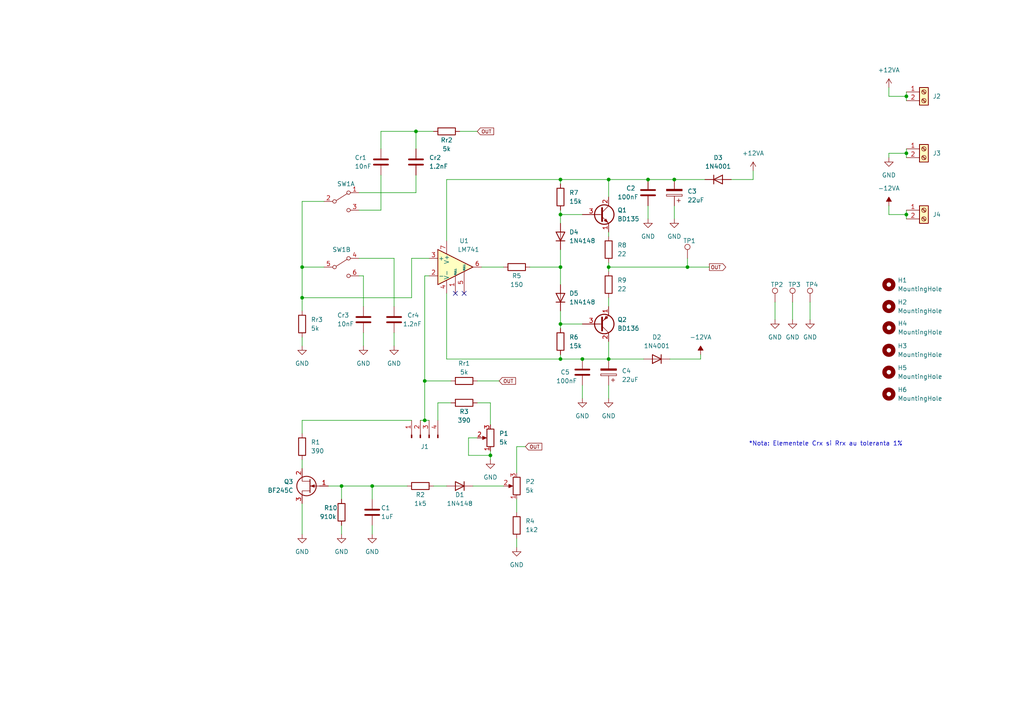
<source format=kicad_sch>
(kicad_sch (version 20230121) (generator eeschema)
  (paper "A4")
  (lib_symbols
    (symbol "Amplifier_Operational:LM741" (pin_names (offset 0.127))
      (property "Reference" "U" (at 0 6.35 0))
      (property "Value" "LM741" (at 0 3.81 0))
      (symbol "LM741_0_1"
        (polyline (pts (xy -5.08 5.08) (xy 5.08 0) (xy -5.08 -5.08) (xy -5.08 5.08)) (stroke (width 0.254)) (fill (type background)))
      )
      (symbol "LM741_1_1"
        (pin input line (at 0 -7.62 90) (length 5.08) (name "NULL") (number "1"))
        (pin input line (at -7.62 -2.54 0) (length 2.54) (name "-") (number "2"))
        (pin input line (at -7.62 2.54 0) (length 2.54) (name "+") (number "3"))
        (pin power_in line (at -2.54 -7.62 90) (length 3.81) (name "V-") (number "4"))
        (pin input line (at 2.54 -7.62 90) (length 6.35) (name "NULL") (number "5"))
        (pin output line (at 7.62 0 180) (length 2.54) (name "~") (number "6"))
        (pin power_in line (at -2.54 7.62 270) (length 3.81) (name "V+") (number "7"))
        (pin no_connect line (at 0 2.54 270) (length 2.54) hide (name "NC") (number "8"))
      )
    )
    (symbol "Connector:Conn_01x04_Male" (pin_names (offset 1.016) hide)
      (property "Reference" "J" (at 0 5.08 0))
      (property "Value" "Conn_01x04_Male" (at 0 -7.62 0))
      (symbol "Conn_01x04_Male_1_1"
        (polyline (pts (xy 1.27 -5.08) (xy 0.8636 -5.08)) (stroke (width 0.1524)))
        (polyline (pts (xy 1.27 -2.54) (xy 0.8636 -2.54)) (stroke (width 0.1524)))
        (polyline (pts (xy 1.27 0) (xy 0.8636 0)) (stroke (width 0.1524)))
        (polyline (pts (xy 1.27 2.54) (xy 0.8636 2.54)) (stroke (width 0.1524)))
        (rectangle (start 0.8636 -4.953) (end 0 -5.207) (stroke (width 0.1524)) (fill (type outline)))
        (rectangle (start 0.8636 -2.413) (end 0 -2.667) (stroke (width 0.1524)) (fill (type outline)))
        (rectangle (start 0.8636 0.127) (end 0 -0.127) (stroke (width 0.1524)) (fill (type outline)))
        (rectangle (start 0.8636 2.667) (end 0 2.413) (stroke (width 0.1524)) (fill (type outline)))
        (pin passive line (at 5.08 2.54 180) (length 3.81) (name "Pin_1") (number "1"))
        (pin passive line (at 5.08 0 180) (length 3.81) (name "Pin_2") (number "2"))
        (pin passive line (at 5.08 -2.54 180) (length 3.81) (name "Pin_3") (number "3"))
        (pin passive line (at 5.08 -5.08 180) (length 3.81) (name "Pin_4") (number "4"))
      )
    )
    (symbol "Connector:Screw_Terminal_01x02" (pin_names (offset 1.016) hide)
      (property "Reference" "J" (at 0 2.54 0))
      (property "Value" "Screw_Terminal_01x02" (at 0 -5.08 0))
      (symbol "Screw_Terminal_01x02_1_1"
        (rectangle (start -1.27 1.27) (end 1.27 -3.81) (stroke (width 0.254)) (fill (type background)))
        (circle (center 0 -2.54) (radius 0.635) (stroke (width 0.1524)))
        (polyline (pts (xy -0.5334 -2.2098) (xy 0.3302 -3.048)) (stroke (width 0.1524)))
        (polyline (pts (xy -0.5334 0.3302) (xy 0.3302 -0.508)) (stroke (width 0.1524)))
        (polyline (pts (xy -0.3556 -2.032) (xy 0.508 -2.8702)) (stroke (width 0.1524)))
        (polyline (pts (xy -0.3556 0.508) (xy 0.508 -0.3302)) (stroke (width 0.1524)))
        (circle (center 0 0) (radius 0.635) (stroke (width 0.1524)))
        (pin passive line (at -5.08 0 0) (length 3.81) (name "Pin_1") (number "1"))
        (pin passive line (at -5.08 -2.54 0) (length 3.81) (name "Pin_2") (number "2"))
      )
    )
    (symbol "Connector:TestPoint" (pin_numbers hide) (pin_names (offset 0.762) hide)
      (property "Reference" "TP" (at 0 6.858 0))
      (property "Value" "TestPoint" (at 0 5.08 0))
      (symbol "TestPoint_0_1"
        (circle (center 0 3.302) (radius 0.762))
      )
      (symbol "TestPoint_1_1"
        (pin passive line (at 0 0 90) (length 2.54) (name "1") (number "1"))
      )
    )
    (symbol "Device:C" (pin_numbers hide) (pin_names (offset 0.254))
      (property "Reference" "C" (at 0.635 2.54 0))
      (property "Value" "C" (at 0.635 -2.54 0))
      (symbol "C_0_1"
        (polyline (pts (xy -2.032 -0.762) (xy 2.032 -0.762)) (stroke (width 0.508)))
        (polyline (pts (xy -2.032 0.762) (xy 2.032 0.762)) (stroke (width 0.508)))
      )
      (symbol "C_1_1"
        (pin passive line (at 0 3.81 270) (length 2.794) (name "~") (number "1"))
        (pin passive line (at 0 -3.81 90) (length 2.794) (name "~") (number "2"))
      )
    )
    (symbol "Device:C_Polarized" (pin_numbers hide) (pin_names (offset 0.254))
      (property "Reference" "C" (at 0.635 2.54 0))
      (property "Value" "C_Polarized" (at 0.635 -2.54 0))
      (symbol "C_Polarized_0_1"
        (rectangle (start -2.286 0.508) (end 2.286 1.016))
        (polyline (pts (xy -1.778 2.286) (xy -0.762 2.286)))
        (polyline (pts (xy -1.27 2.794) (xy -1.27 1.778)))
        (rectangle (start 2.286 -0.508) (end -2.286 -1.016) (fill (type outline)))
      )
      (symbol "C_Polarized_1_1"
        (pin passive line (at 0 3.81 270) (length 2.794) (name "~") (number "1"))
        (pin passive line (at 0 -3.81 90) (length 2.794) (name "~") (number "2"))
      )
    )
    (symbol "Device:R" (pin_numbers hide) (pin_names (offset 0))
      (property "Reference" "R" (at 2.032 0 90))
      (property "Value" "R" (at 0 0 90))
      (symbol "R_0_1"
        (rectangle (start -1.016 -2.54) (end 1.016 2.54) (stroke (width 0.254)))
      )
      (symbol "R_1_1"
        (pin passive line (at 0 3.81 270) (length 1.27) (name "~") (number "1"))
        (pin passive line (at 0 -3.81 90) (length 1.27) (name "~") (number "2"))
      )
    )
    (symbol "Device:R_Potentiometer" (pin_names (offset 1.016) hide)
      (property "Reference" "RV" (at -4.445 0 90))
      (property "Value" "R_Potentiometer" (at -2.54 0 90))
      (symbol "R_Potentiometer_0_1"
        (polyline (pts (xy 2.54 0) (xy 1.524 0)))
        (polyline (pts (xy 1.143 0) (xy 2.286 0.508) (xy 2.286 -0.508) (xy 1.143 0)) (fill (type outline)))
        (rectangle (start 1.016 2.54) (end -1.016 -2.54) (stroke (width 0.254)))
      )
      (symbol "R_Potentiometer_1_1"
        (pin passive line (at 0 3.81 270) (length 1.27) (name "1") (number "1"))
        (pin passive line (at 3.81 0 180) (length 1.27) (name "2") (number "2"))
        (pin passive line (at 0 -3.81 90) (length 1.27) (name "3") (number "3"))
      )
    )
    (symbol "Diode:1N4001" (pin_numbers hide) (pin_names (offset 1.016) hide)
      (property "Reference" "D" (at 0 2.54 0))
      (property "Value" "1N4001" (at 0 -2.54 0))
      (symbol "1N4001_0_1"
        (polyline (pts (xy -1.27 1.27) (xy -1.27 -1.27)) (stroke (width 0.254)))
        (polyline (pts (xy 1.27 0) (xy -1.27 0)))
        (polyline (pts (xy 1.27 1.27) (xy 1.27 -1.27) (xy -1.27 0) (xy 1.27 1.27)) (stroke (width 0.254)))
      )
      (symbol "1N4001_1_1"
        (pin passive line (at -3.81 0 0) (length 2.54) (name "K") (number "1"))
        (pin passive line (at 3.81 0 180) (length 2.54) (name "A") (number "2"))
      )
    )
    (symbol "Diode:1N4148" (pin_numbers hide) (pin_names (offset 1.016) hide)
      (property "Reference" "D" (at 0 2.54 0))
      (property "Value" "1N4148" (at 0 -2.54 0))
      (symbol "1N4148_0_1"
        (polyline (pts (xy -1.27 1.27) (xy -1.27 -1.27)) (stroke (width 0.254)))
        (polyline (pts (xy 1.27 0) (xy -1.27 0)))
        (polyline (pts (xy 1.27 1.27) (xy 1.27 -1.27) (xy -1.27 0) (xy 1.27 1.27)) (stroke (width 0.254)))
      )
      (symbol "1N4148_1_1"
        (pin passive line (at -3.81 0 0) (length 2.54) (name "K") (number "1"))
        (pin passive line (at 3.81 0 180) (length 2.54) (name "A") (number "2"))
      )
    )
    (symbol "Mechanical:MountingHole" (pin_names (offset 1.016))
      (property "Reference" "H" (at 0 5.08 0))
      (property "Value" "MountingHole" (at 0 3.175 0))
      (symbol "MountingHole_0_1"
        (circle (center 0 0) (radius 1.27) (stroke (width 1.27)))
      )
    )
    (symbol "Switch:SW_DPDT_x2" (pin_names (offset 0) hide)
      (property "Reference" "SW" (at 0 4.318 0))
      (property "Value" "SW_DPDT_x2" (at 0 -5.08 0))
      (symbol "SW_DPDT_x2_0_0"
        (circle (center -2.032 0) (radius 0.508))
        (circle (center 2.032 -2.54) (radius 0.508))
      )
      (symbol "SW_DPDT_x2_0_1"
        (polyline (pts (xy -1.524 0.254) (xy 1.651 2.286)))
        (circle (center 2.032 2.54) (radius 0.508))
      )
      (symbol "SW_DPDT_x2_1_1"
        (pin passive line (at 5.08 2.54 180) (length 2.54) (name "A") (number "1"))
        (pin passive line (at -5.08 0 0) (length 2.54) (name "B") (number "2"))
        (pin passive line (at 5.08 -2.54 180) (length 2.54) (name "C") (number "3"))
      )
      (symbol "SW_DPDT_x2_2_1"
        (pin passive line (at 5.08 2.54 180) (length 2.54) (name "A") (number "4"))
        (pin passive line (at -5.08 0 0) (length 2.54) (name "B") (number "5"))
        (pin passive line (at 5.08 -2.54 180) (length 2.54) (name "C") (number "6"))
      )
    )
    (symbol "Transistor_BJT:BD135" (pin_names (offset 0) hide)
      (property "Reference" "Q" (at 5.08 1.905 0))
      (property "Value" "BD135" (at 5.08 0 0))
      (symbol "BD135_0_1"
        (polyline (pts (xy 0 0) (xy 0.635 0)))
        (polyline (pts (xy 2.54 -2.54) (xy 0.635 -0.635)))
        (polyline (pts (xy 2.54 2.54) (xy 0.635 0.635)))
        (polyline (pts (xy 0.635 1.905) (xy 0.635 -1.905) (xy 0.635 -1.905)) (stroke (width 0.508)) (fill (type outline)))
        (polyline (pts (xy 1.2446 -1.778) (xy 1.7526 -1.27) (xy 2.286 -2.286) (xy 1.2446 -1.778) (xy 1.2446 -1.778)) (fill (type outline)))
        (circle (center 1.27 0) (radius 2.8194) (stroke (width 0.3048)))
      )
      (symbol "BD135_1_1"
        (pin passive line (at 2.54 -5.08 90) (length 2.54) (name "E") (number "1"))
        (pin passive line (at 2.54 5.08 270) (length 2.54) (name "C") (number "2"))
        (pin input line (at -5.08 0 0) (length 5.08) (name "B") (number "3"))
      )
    )
    (symbol "Transistor_BJT:BD136" (pin_names (offset 0) hide)
      (property "Reference" "Q" (at 5.08 1.905 0))
      (property "Value" "BD136" (at 5.08 0 0))
      (symbol "BD136_0_1"
        (polyline (pts (xy 0 0) (xy 0.635 0)))
        (polyline (pts (xy 2.54 -2.54) (xy 0.635 -0.635)))
        (polyline (pts (xy 2.54 2.54) (xy 0.635 0.635)))
        (polyline (pts (xy 0.635 1.905) (xy 0.635 -1.905) (xy 0.635 -1.905)) (stroke (width 0.508)) (fill (type outline)))
        (polyline (pts (xy 1.778 -2.286) (xy 2.286 -1.778) (xy 1.27 -1.27) (xy 1.778 -2.286) (xy 1.778 -2.286)) (fill (type outline)))
        (circle (center 1.27 0) (radius 2.8194) (stroke (width 0.3048)))
      )
      (symbol "BD136_1_1"
        (pin passive line (at 2.54 -5.08 90) (length 2.54) (name "E") (number "1"))
        (pin passive line (at 2.54 5.08 270) (length 2.54) (name "C") (number "2"))
        (pin input line (at -5.08 0 0) (length 5.08) (name "B") (number "3"))
      )
    )
    (symbol "Transistor_FET:BF245C" (pin_names hide)
      (property "Reference" "Q" (at 5.08 1.905 0))
      (property "Value" "BF245C" (at 5.08 0 0))
      (symbol "BF245C_0_1"
        (polyline (pts (xy 0.254 0) (xy -2.54 0)))
        (polyline (pts (xy 0.254 1.905) (xy 0.254 -1.905)) (stroke (width 0.254)))
        (polyline (pts (xy 2.54 -2.54) (xy 2.54 -1.397) (xy 0.254 -1.397)))
        (polyline (pts (xy 2.54 2.54) (xy 2.54 1.397) (xy 0.254 1.397)))
        (polyline (pts (xy 0 0) (xy -1.016 0.381) (xy -1.016 -0.381) (xy 0 0)) (fill (type outline)))
        (circle (center 1.27 0) (radius 2.8194) (stroke (width 0.254)))
      )
      (symbol "BF245C_1_1"
        (pin input line (at -5.08 0 0) (length 2.54) (name "G") (number "1"))
        (pin passive line (at 2.54 -5.08 90) (length 2.54) (name "S") (number "2"))
        (pin passive line (at 2.54 5.08 270) (length 2.54) (name "D") (number "3"))
      )
    )
    (symbol "power:+12VA" (power) (pin_names (offset 0))
      (property "Value" "+12VA" (at 0 3.556 0))
      (symbol "+12VA_0_1"
        (polyline (pts (xy -0.762 1.27) (xy 0 2.54)))
        (polyline (pts (xy 0 0) (xy 0 2.54)))
        (polyline (pts (xy 0 2.54) (xy 0.762 1.27)))
      )
      (symbol "+12VA_1_1"
        (pin power_in line (at 0 0 90) (length 0) hide (name "+12VA") (number "1"))
      )
    )
    (symbol "power:-12VA" (power) (pin_names (offset 0))
      (property "Value" "-12VA" (at 0 3.556 0))
      (symbol "-12VA_0_0"
        (pin power_in line (at 0 0 90) (length 0) hide (name "-12VA") (number "1"))
      )
      (symbol "-12VA_0_1"
        (polyline (pts (xy 0 0) (xy 0 1.27) (xy 0.762 1.27) (xy 0 2.54) (xy -0.762 1.27) (xy 0 1.27)) (fill (type outline)))
      )
    )
    (symbol "power:GND" (power) (pin_names (offset 0))
      (property "Value" "GND" (at 0 -3.81 0))
      (symbol "GND_0_1"
        (polyline (pts (xy 0 0) (xy 0 -1.27) (xy 1.27 -1.27) (xy 0 -2.54) (xy -1.27 -1.27) (xy 0 -1.27)))
      )
      (symbol "GND_1_1"
        (pin power_in line (at 0 0 270) (length 0) hide (name "GND") (number "1"))
      )
    )
  )
  (junction (at 107.95 140.97))
  (junction (at 262.89 44.45))
  (junction (at 87.63 77.47))
  (junction (at 176.53 77.47))
  (junction (at 168.91 104.14))
  (junction (at 195.58 52.07))
  (junction (at 176.53 52.07))
  (junction (at 176.53 104.14))
  (junction (at 87.63 86.36))
  (junction (at 142.24 132.08))
  (junction (at 162.56 104.14))
  (junction (at 162.56 52.07))
  (junction (at 120.65 38.1))
  (junction (at 199.39 77.47))
  (junction (at 262.89 27.94))
  (junction (at 123.19 121.92))
  (junction (at 99.06 140.97))
  (junction (at 162.56 77.47))
  (junction (at 187.96 52.07))
  (junction (at 123.19 110.49))
  (junction (at 162.56 62.23))
  (junction (at 262.89 62.23))
  (junction (at 162.56 93.98))
  (no_connect (at 134.62 85.09))
  (no_connect (at 132.08 85.09))
  (wire (pts (xy 262.89 60.96) (xy 262.89 62.23)))
  (wire (pts (xy 142.24 116.84) (xy 142.24 123.19)))
  (wire (pts (xy 99.06 140.97) (xy 99.06 144.78)))
  (wire (pts (xy 120.65 38.1) (xy 125.73 38.1)))
  (wire (pts (xy 224.79 87.63) (xy 224.79 92.71)))
  (wire (pts (xy 262.89 26.67) (xy 262.89 27.94)))
  (wire (pts (xy 176.53 76.2) (xy 176.53 77.47)))
  (wire (pts (xy 127 116.84) (xy 127 121.92)))
  (wire (pts (xy 123.19 80.01) (xy 124.46 80.01)))
  (wire (pts (xy 139.7 77.47) (xy 146.05 77.47)))
  (wire (pts (xy 162.56 90.17) (xy 162.56 93.98)))
  (wire (pts (xy 162.56 93.98) (xy 168.91 93.98)))
  (wire (pts (xy 176.53 52.07) (xy 187.96 52.07)))
  (wire (pts (xy 125.73 140.97) (xy 129.54 140.97)))
  (wire (pts (xy 133.35 38.1) (xy 138.43 38.1)))
  (wire (pts (xy 195.58 59.69) (xy 195.58 63.5)))
  (wire (pts (xy 110.49 43.18) (xy 110.49 38.1)))
  (wire (pts (xy 168.91 111.76) (xy 168.91 115.57)))
  (wire (pts (xy 262.89 44.45) (xy 262.89 45.72)))
  (wire (pts (xy 262.89 62.23) (xy 257.81 62.23)))
  (wire (pts (xy 176.53 77.47) (xy 199.39 77.47)))
  (wire (pts (xy 104.14 74.93) (xy 114.3 74.93)))
  (wire (pts (xy 107.95 152.4) (xy 107.95 154.94)))
  (wire (pts (xy 138.43 127) (xy 135.89 127)))
  (wire (pts (xy 142.24 132.08) (xy 142.24 133.35)))
  (wire (pts (xy 93.98 58.42) (xy 87.63 58.42)))
  (wire (pts (xy 105.41 80.01) (xy 105.41 88.9)))
  (wire (pts (xy 149.86 144.78) (xy 149.86 148.59)))
  (wire (pts (xy 176.53 104.14) (xy 186.69 104.14)))
  (wire (pts (xy 110.49 60.96) (xy 104.14 60.96)))
  (wire (pts (xy 110.49 50.8) (xy 110.49 60.96)))
  (wire (pts (xy 107.95 144.78) (xy 107.95 140.97)))
  (wire (pts (xy 142.24 130.81) (xy 142.24 132.08)))
  (wire (pts (xy 137.16 140.97) (xy 146.05 140.97)))
  (wire (pts (xy 195.58 52.07) (xy 204.47 52.07)))
  (wire (pts (xy 87.63 77.47) (xy 87.63 86.36)))
  (wire (pts (xy 162.56 72.39) (xy 162.56 77.47)))
  (wire (pts (xy 135.89 127) (xy 135.89 132.08)))
  (wire (pts (xy 138.43 110.49) (xy 144.78 110.49)))
  (wire (pts (xy 87.63 125.73) (xy 87.63 121.92)))
  (wire (pts (xy 123.19 80.01) (xy 123.19 110.49)))
  (wire (pts (xy 203.2 104.14) (xy 194.31 104.14)))
  (wire (pts (xy 114.3 74.93) (xy 114.3 88.9)))
  (wire (pts (xy 176.53 99.06) (xy 176.53 104.14)))
  (wire (pts (xy 176.53 86.36) (xy 176.53 88.9)))
  (wire (pts (xy 107.95 140.97) (xy 118.11 140.97)))
  (wire (pts (xy 87.63 133.35) (xy 87.63 135.89)))
  (wire (pts (xy 199.39 74.93) (xy 199.39 77.47)))
  (wire (pts (xy 229.87 87.63) (xy 229.87 92.71)))
  (wire (pts (xy 130.81 110.49) (xy 123.19 110.49)))
  (wire (pts (xy 123.19 121.92) (xy 124.46 121.92)))
  (wire (pts (xy 257.81 27.94) (xy 257.81 25.4)))
  (wire (pts (xy 262.89 27.94) (xy 262.89 29.21)))
  (wire (pts (xy 129.54 85.09) (xy 129.54 104.14)))
  (wire (pts (xy 152.4 129.54) (xy 149.86 129.54)))
  (wire (pts (xy 162.56 60.96) (xy 162.56 62.23)))
  (wire (pts (xy 176.53 111.76) (xy 176.53 115.57)))
  (wire (pts (xy 119.38 86.36) (xy 119.38 74.93)))
  (wire (pts (xy 120.65 50.8) (xy 120.65 55.88)))
  (wire (pts (xy 129.54 104.14) (xy 162.56 104.14)))
  (wire (pts (xy 153.67 77.47) (xy 162.56 77.47)))
  (wire (pts (xy 105.41 96.52) (xy 105.41 100.33)))
  (wire (pts (xy 87.63 86.36) (xy 87.63 90.17)))
  (wire (pts (xy 168.91 104.14) (xy 176.53 104.14)))
  (wire (pts (xy 129.54 69.85) (xy 129.54 52.07)))
  (wire (pts (xy 87.63 146.05) (xy 87.63 154.94)))
  (wire (pts (xy 162.56 102.87) (xy 162.56 104.14)))
  (wire (pts (xy 199.39 77.47) (xy 205.74 77.47)))
  (wire (pts (xy 87.63 58.42) (xy 87.63 77.47)))
  (wire (pts (xy 149.86 156.21) (xy 149.86 158.75)))
  (wire (pts (xy 234.95 87.63) (xy 234.95 92.71)))
  (wire (pts (xy 257.81 44.45) (xy 262.89 44.45)))
  (wire (pts (xy 262.89 43.18) (xy 262.89 44.45)))
  (wire (pts (xy 129.54 52.07) (xy 162.56 52.07)))
  (wire (pts (xy 162.56 93.98) (xy 162.56 95.25)))
  (wire (pts (xy 176.53 67.31) (xy 176.53 68.58)))
  (wire (pts (xy 187.96 59.69) (xy 187.96 63.5)))
  (wire (pts (xy 187.96 52.07) (xy 195.58 52.07)))
  (wire (pts (xy 87.63 97.79) (xy 87.63 100.33)))
  (wire (pts (xy 99.06 152.4) (xy 99.06 154.94)))
  (wire (pts (xy 135.89 132.08) (xy 142.24 132.08)))
  (wire (pts (xy 218.44 52.07) (xy 212.09 52.07)))
  (wire (pts (xy 149.86 129.54) (xy 149.86 137.16)))
  (wire (pts (xy 262.89 62.23) (xy 262.89 63.5)))
  (wire (pts (xy 120.65 55.88) (xy 104.14 55.88)))
  (wire (pts (xy 87.63 86.36) (xy 119.38 86.36)))
  (wire (pts (xy 176.53 52.07) (xy 176.53 57.15)))
  (wire (pts (xy 95.25 140.97) (xy 99.06 140.97)))
  (wire (pts (xy 87.63 121.92) (xy 119.38 121.92)))
  (wire (pts (xy 104.14 80.01) (xy 105.41 80.01)))
  (wire (pts (xy 107.95 140.97) (xy 99.06 140.97)))
  (wire (pts (xy 114.3 96.52) (xy 114.3 100.33)))
  (wire (pts (xy 262.89 27.94) (xy 257.81 27.94)))
  (wire (pts (xy 257.81 62.23) (xy 257.81 59.69)))
  (wire (pts (xy 120.65 43.18) (xy 120.65 38.1)))
  (wire (pts (xy 162.56 62.23) (xy 162.56 64.77)))
  (wire (pts (xy 218.44 49.53) (xy 218.44 52.07)))
  (wire (pts (xy 119.38 74.93) (xy 124.46 74.93)))
  (wire (pts (xy 176.53 77.47) (xy 176.53 78.74)))
  (wire (pts (xy 127 116.84) (xy 130.81 116.84)))
  (wire (pts (xy 162.56 52.07) (xy 162.56 53.34)))
  (wire (pts (xy 121.92 121.92) (xy 123.19 121.92)))
  (wire (pts (xy 87.63 77.47) (xy 93.98 77.47)))
  (wire (pts (xy 257.81 45.72) (xy 257.81 44.45)))
  (wire (pts (xy 203.2 102.87) (xy 203.2 104.14)))
  (wire (pts (xy 162.56 104.14) (xy 168.91 104.14)))
  (wire (pts (xy 168.91 62.23) (xy 162.56 62.23)))
  (wire (pts (xy 162.56 77.47) (xy 162.56 82.55)))
  (wire (pts (xy 110.49 38.1) (xy 120.65 38.1)))
  (wire (pts (xy 123.19 110.49) (xy 123.19 121.92)))
  (wire (pts (xy 142.24 116.84) (xy 138.43 116.84)))
  (wire (pts (xy 162.56 52.07) (xy 176.53 52.07)))
  (text "*Nota: Elementele Crx si Rrx au toleranta 1%" (at 217.17 129.54 0) (effects (font (size 1.27 1.27)) (justify left bottom)))
  (global_label "OUT" (shape input) (at 152.4 129.54 0) (effects (font (size 1 1))) (property "Intersheetrefs" "${INTERSHEET_REFS}" (effects hide)))
  (global_label "OUT" (shape input) (at 138.43 38.1 0) (effects (font (size 1 1))) (property "Intersheetrefs" "${INTERSHEET_REFS}" (effects hide)))
  (global_label "OUT" (shape output) (at 205.74 77.47 0) (effects (font (size 1 1))) (property "Intersheetrefs" "${INTERSHEET_REFS}" (effects hide)))
  (global_label "OUT" (shape input) (at 144.78 110.49 0) (effects (font (size 1 1))) (property "Intersheetrefs" "${INTERSHEET_REFS}" (effects hide)))
  (symbol (lib_id "power:+12VA") (at 257.81 25.4 0) (unit 1)
    (property "Reference" "#PWR018" (effects hide))
    (property "Value" "+12VA" (at 257.81 20.32 0))
  )
  (symbol (lib_id "power:GND") (at 107.95 154.94 0) (unit 1)
    (property "Reference" "#PWR05" (effects hide))
    (property "Value" "GND" (at 107.95 160.02 0))
  )
  (symbol (lib_id "Device:R") (at 176.53 72.39 180) (unit 1)
    (property "Reference" "R8" (at 179.07 71.1199 0) (effects (justify right)))
    (property "Value" "22" (at 179.07 73.6599 0) (effects (justify right)))
    (property "Footprint" "Resistor_THT:R_Axial_DIN0516_L15.5mm_D5.0mm_P20.32mm_Horizontal" (effects hide))
  )
  (symbol (lib_id "Device:R") (at 134.62 116.84 90) (unit 1)
    (property "Reference" "R3" (at 134.62 119.38 90))
    (property "Value" "390" (at 134.62 121.92 90))
    (property "Footprint" "Resistor_THT:R_Axial_DIN0207_L6.3mm_D2.5mm_P10.16mm_Horizontal" (effects hide))
  )
  (symbol (lib_id "power:GND") (at 176.53 115.57 0) (unit 1)
    (property "Reference" "#PWR010" (effects hide))
    (property "Value" "GND" (at 176.53 120.65 0))
  )
  (symbol (lib_id "Device:R") (at 121.92 140.97 270) (unit 1)
    (property "Reference" "R2" (at 121.92 143.51 90))
    (property "Value" "1k5" (at 121.92 146.05 90))
    (property "Footprint" "Resistor_THT:R_Axial_DIN0207_L6.3mm_D2.5mm_P10.16mm_Horizontal" (effects hide))
  )
  (symbol (lib_id "Connector:Screw_Terminal_01x02") (at 267.97 60.96 0) (unit 1)
    (property "Reference" "J4" (at 270.51 62.23 0) (effects (justify left)))
    (property "Value" "Screw_Terminal_01x02" (effects hide))
    (property "Footprint" "TerminalBlock_Phoenix:TerminalBlock_Phoenix_MKDS-1,5-2_1x02_P5.00mm_Horizontal" (effects hide))
  )
  (symbol (lib_id "Device:R") (at 134.62 110.49 90) (unit 1)
    (property "Reference" "Rr1" (at 134.62 105.41 90))
    (property "Value" "5k" (at 134.62 107.95 90))
    (property "Footprint" "Resistor_THT:R_Axial_DIN0207_L6.3mm_D2.5mm_P10.16mm_Horizontal" (effects hide))
  )
  (symbol (lib_id "Device:R") (at 162.56 57.15 180) (unit 1)
    (property "Reference" "R7" (at 165.1 55.8799 0) (effects (justify right)))
    (property "Value" "15k" (at 165.1 58.4199 0) (effects (justify right)))
    (property "Footprint" "Resistor_THT:R_Axial_DIN0207_L6.3mm_D2.5mm_P10.16mm_Horizontal" (effects hide))
  )
  (symbol (lib_id "Transistor_BJT:BD135") (at 173.99 62.23 0) (unit 1)
    (property "Reference" "Q1" (at 179.07 60.9599 0) (effects (justify left)))
    (property "Value" "BD135" (at 179.07 63.4999 0) (effects (justify left)))
    (property "Footprint" "Package_TO_SOT_THT:TO-126-3_Vertical" (effects hide))
    (property "Datasheet" "http://www.st.com/internet/com/TECHNICAL_RESOURCES/TECHNICAL_LITERATURE/DATASHEET/CD00001225.pdf" (effects hide))
  )
  (symbol (lib_id "power:GND") (at 149.86 158.75 0) (unit 1)
    (property "Reference" "#PWR08" (effects hide))
    (property "Value" "GND" (at 149.86 163.83 0))
  )
  (symbol (lib_id "Diode:1N4148") (at 133.35 140.97 180) (unit 1)
    (property "Reference" "D1" (at 133.35 143.51 0))
    (property "Value" "1N4148" (at 133.35 146.05 0))
    (property "Footprint" "Diode_THT:D_DO-35_SOD27_P7.62mm_Horizontal" (effects hide))
    (property "Datasheet" "https://assets.nexperia.com/documents/data-sheet/1N4148_1N4448.pdf" (effects hide))
  )
  (symbol (lib_id "Mechanical:MountingHole") (at 257.81 107.95 0) (unit 1)
    (property "Reference" "H5" (at 260.35 106.6799 0) (effects (justify left)))
    (property "Value" "MountingHole" (at 260.35 109.2199 0) (effects (justify left)))
    (property "Footprint" "MountingHole:MountingHole_3.2mm_M3" (effects hide))
  )
  (symbol (lib_id "Device:C") (at 114.3 92.71 0) (unit 1)
    (property "Reference" "Cr4" (at 118.11 91.44 0) (effects (justify left)))
    (property "Value" "1.2nF" (at 116.84 93.98 0) (effects (justify left)))
    (property "Footprint" "Capacitor_THT:C_Axial_L5.1mm_D3.1mm_P12.50mm_Horizontal" (effects hide))
  )
  (symbol (lib_id "Transistor_BJT:BD136") (at 173.99 93.98 0) (mirror x) (unit 1)
    (property "Reference" "Q2" (at 179.07 92.7099 0) (effects (justify left)))
    (property "Value" "BD136" (at 179.07 95.2499 0) (effects (justify left)))
    (property "Footprint" "Package_TO_SOT_THT:TO-126-3_Vertical" (effects hide))
    (property "Datasheet" "http://www.st.com/internet/com/TECHNICAL_RESOURCES/TECHNICAL_LITERATURE/DATASHEET/CD00001225.pdf" (effects hide))
  )
  (symbol (lib_id "power:GND") (at 234.95 92.71 0) (unit 1)
    (property "Reference" "#PWR017" (effects hide))
    (property "Value" "GND" (at 234.95 97.79 0))
  )
  (symbol (lib_id "Mechanical:MountingHole") (at 257.81 114.3 0) (unit 1)
    (property "Reference" "H6" (at 260.35 113.0299 0) (effects (justify left)))
    (property "Value" "MountingHole" (at 260.35 115.5699 0) (effects (justify left)))
    (property "Footprint" "MountingHole:MountingHole_3.2mm_M3" (effects hide))
  )
  (symbol (lib_id "power:GND") (at 195.58 63.5 0) (unit 1)
    (property "Reference" "#PWR012" (effects hide))
    (property "Value" "GND" (at 195.58 68.58 0))
  )
  (symbol (lib_id "Device:C") (at 105.41 92.71 0) (unit 1)
    (property "Reference" "Cr3" (at 97.79 91.44 0) (effects (justify left)))
    (property "Value" "10nF" (at 97.79 93.98 0) (effects (justify left)))
    (property "Footprint" "Capacitor_THT:C_Axial_L12.0mm_D8.5mm_P20.00mm_Horizontal" (effects hide))
  )
  (symbol (lib_id "power:GND") (at 257.81 45.72 0) (unit 1)
    (property "Reference" "#PWR019" (effects hide))
    (property "Value" "GND" (at 257.81 50.8 0))
  )
  (symbol (lib_id "Transistor_FET:BF245C") (at 90.17 140.97 180) (unit 1)
    (property "Reference" "Q3" (at 85.09 139.6999 0) (effects (justify left)))
    (property "Value" "BF245C" (at 85.09 142.2399 0) (effects (justify left)))
    (property "Footprint" "Package_TO_SOT_THT:TO-92_Inline" (effects hide))
    (property "Datasheet" "https://www.onsemi.com/pub/Collateral/BF245A-D.PDF" (effects hide))
  )
  (symbol (lib_id "Diode:1N4148") (at 162.56 86.36 90) (unit 1)
    (property "Reference" "D5" (at 165.1 85.0899 90) (effects (justify right)))
    (property "Value" "1N4148" (at 165.1 87.6299 90) (effects (justify right)))
    (property "Footprint" "Diode_THT:D_DO-35_SOD27_P7.62mm_Horizontal" (effects hide))
    (property "Datasheet" "https://assets.nexperia.com/documents/data-sheet/1N4148_1N4448.pdf" (effects hide))
  )
  (symbol (lib_id "Mechanical:MountingHole") (at 257.81 88.9 0) (unit 1)
    (property "Reference" "H2" (at 260.35 87.6299 0) (effects (justify left)))
    (property "Value" "MountingHole" (at 260.35 90.1699 0) (effects (justify left)))
    (property "Footprint" "MountingHole:MountingHole_3.2mm_M3_ISO7380_Pad_TopBottom" (effects hide))
  )
  (symbol (lib_id "power:+12VA") (at 218.44 49.53 0) (unit 1)
    (property "Reference" "#PWR014" (effects hide))
    (property "Value" "+12VA" (at 218.44 44.45 0))
  )
  (symbol (lib_id "power:GND") (at 87.63 154.94 0) (unit 1)
    (property "Reference" "#PWR02" (effects hide))
    (property "Value" "GND" (at 87.63 160.02 0))
  )
  (symbol (lib_id "Device:C") (at 110.49 46.99 0) (unit 1)
    (property "Reference" "Cr1" (at 102.87 45.72 0) (effects (justify left)))
    (property "Value" "10nF" (at 102.87 48.26 0) (effects (justify left)))
    (property "Footprint" "Capacitor_THT:C_Axial_L12.0mm_D8.5mm_P20.00mm_Horizontal" (effects hide))
  )
  (symbol (lib_id "Connector:Screw_Terminal_01x02") (at 267.97 43.18 0) (unit 1)
    (property "Reference" "J3" (at 270.51 44.45 0) (effects (justify left)))
    (property "Value" "Screw_Terminal_01x02" (effects hide))
    (property "Footprint" "TerminalBlock_Phoenix:TerminalBlock_Phoenix_MKDS-1,5-2_1x02_P5.00mm_Horizontal" (effects hide))
  )
  (symbol (lib_id "Mechanical:MountingHole") (at 257.81 101.6 0) (unit 1)
    (property "Reference" "H3" (at 260.35 100.3299 0) (effects (justify left)))
    (property "Value" "MountingHole" (at 260.35 102.8699 0) (effects (justify left)))
    (property "Footprint" "MountingHole:MountingHole_3.2mm_M3_ISO7380_Pad_TopBottom" (effects hide))
  )
  (symbol (lib_id "Connector:TestPoint") (at 224.79 87.63 0) (unit 1)
    (property "Reference" "TP2" (at 223.52 82.55 0) (effects (justify left)))
    (property "Value" "TestPoint" (effects hide))
    (property "Footprint" "User_Footprint:TestPoint" (effects hide))
  )
  (symbol (lib_id "Device:R") (at 87.63 129.54 180) (unit 1)
    (property "Reference" "R1" (at 90.17 128.2699 0) (effects (justify right)))
    (property "Value" "390" (at 90.17 130.8099 0) (effects (justify right)))
    (property "Footprint" "Resistor_THT:R_Axial_DIN0207_L6.3mm_D2.5mm_P10.16mm_Horizontal" (effects hide))
  )
  (symbol (lib_id "Device:C") (at 120.65 46.99 0) (unit 1)
    (property "Reference" "Cr2" (at 124.46 45.7199 0) (effects (justify left)))
    (property "Value" "1.2nF" (at 124.46 48.2599 0) (effects (justify left)))
    (property "Footprint" "Capacitor_THT:C_Axial_L5.1mm_D3.1mm_P12.50mm_Horizontal" (effects hide))
  )
  (symbol (lib_id "Device:R") (at 149.86 152.4 180) (unit 1)
    (property "Reference" "R4" (at 152.4 151.1299 0) (effects (justify right)))
    (property "Value" "1k2" (at 152.4 153.6699 0) (effects (justify right)))
    (property "Footprint" "Resistor_THT:R_Axial_DIN0207_L6.3mm_D2.5mm_P10.16mm_Horizontal" (effects hide))
  )
  (symbol (lib_id "Device:C") (at 187.96 55.88 0) (unit 1)
    (property "Reference" "C2" (at 181.61 54.61 0) (effects (justify left)))
    (property "Value" "100nF" (at 179.07 57.15 0) (effects (justify left)))
    (property "Footprint" "Capacitor_THT:C_Disc_D6.0mm_W2.5mm_P5.00mm" (effects hide))
  )
  (symbol (lib_id "power:GND") (at 99.06 154.94 0) (unit 1)
    (property "Reference" "#PWR03" (effects hide))
    (property "Value" "GND" (at 99.06 160.02 0))
  )
  (symbol (lib_id "power:GND") (at 87.63 100.33 0) (unit 1)
    (property "Reference" "#PWR01" (effects hide))
    (property "Value" "GND" (at 87.63 105.41 0))
  )
  (symbol (lib_id "Diode:1N4001") (at 208.28 52.07 0) (unit 1)
    (property "Reference" "D3" (at 208.28 45.72 0))
    (property "Value" "1N4001" (at 208.28 48.26 0))
    (property "Footprint" "Diode_THT:D_DO-41_SOD81_P10.16mm_Horizontal" (effects hide))
    (property "Datasheet" "http://www.vishay.com/docs/88503/1n4001.pdf" (effects hide))
  )
  (symbol (lib_id "power:-12VA") (at 257.81 59.69 0) (unit 1)
    (property "Reference" "#PWR020" (effects hide))
    (property "Value" "-12VA" (at 257.81 54.61 0))
  )
  (symbol (lib_id "Diode:1N4148") (at 162.56 68.58 90) (unit 1)
    (property "Reference" "D4" (at 165.1 67.3099 90) (effects (justify right)))
    (property "Value" "1N4148" (at 165.1 69.8499 90) (effects (justify right)))
    (property "Footprint" "Diode_THT:D_DO-35_SOD27_P7.62mm_Horizontal" (effects hide))
    (property "Datasheet" "https://assets.nexperia.com/documents/data-sheet/1N4148_1N4448.pdf" (effects hide))
  )
  (symbol (lib_id "power:GND") (at 187.96 63.5 0) (unit 1)
    (property "Reference" "#PWR011" (effects hide))
    (property "Value" "GND" (at 187.96 68.58 0))
  )
  (symbol (lib_id "Connector:TestPoint") (at 199.39 74.93 0) (unit 1)
    (property "Reference" "TP1" (at 198.12 69.85 0) (effects (justify left)))
    (property "Value" "TestPoint" (effects hide))
    (property "Footprint" "User_Footprint:Kesytone TP Multipurpose 5013" (effects hide))
  )
  (symbol (lib_id "Diode:1N4001") (at 190.5 104.14 180) (unit 1)
    (property "Reference" "D2" (at 190.5 97.79 0))
    (property "Value" "1N4001" (at 190.5 100.33 0))
    (property "Footprint" "Diode_THT:D_DO-41_SOD81_P10.16mm_Horizontal" (effects hide))
    (property "Datasheet" "http://www.vishay.com/docs/88503/1n4001.pdf" (effects hide))
  )
  (symbol (lib_id "Device:R") (at 176.53 82.55 180) (unit 1)
    (property "Reference" "R9" (at 179.07 81.2799 0) (effects (justify right)))
    (property "Value" "22" (at 179.07 83.8199 0) (effects (justify right)))
    (property "Footprint" "Resistor_THT:R_Axial_DIN0516_L15.5mm_D5.0mm_P20.32mm_Horizontal" (effects hide))
  )
  (symbol (lib_id "Mechanical:MountingHole") (at 257.8544 95.0664 0) (unit 1)
    (property "Reference" "H4" (at 260.3944 93.7963 0) (effects (justify left)))
    (property "Value" "MountingHole" (at 260.3944 96.3363 0) (effects (justify left)))
    (property "Footprint" "MountingHole:MountingHole_3.2mm_M3_ISO7380_Pad_TopBottom" (effects hide))
  )
  (symbol (lib_id "Device:R") (at 99.06 148.59 180) (unit 1)
    (property "Reference" "R10" (at 93.98 147.32 0) (effects (justify right)))
    (property "Value" "910k" (at 92.71 149.86 0) (effects (justify right)))
    (property "Footprint" "Resistor_THT:R_Axial_DIN0207_L6.3mm_D2.5mm_P10.16mm_Horizontal" (effects hide))
  )
  (symbol (lib_id "power:GND") (at 168.91 115.57 0) (unit 1)
    (property "Reference" "#PWR09" (effects hide))
    (property "Value" "GND" (at 168.91 120.65 0))
  )
  (symbol (lib_id "Connector:Conn_01x04_Male") (at 121.92 127 90) (unit 1)
    (property "Reference" "J1" (at 123.19 129.54 90))
    (property "Value" "Conn_01x04_Male" (effects hide))
    (property "Footprint" "Connector_PinHeader_2.54mm:PinHeader_1x04_P2.54mm_Vertical" (effects hide))
  )
  (symbol (lib_id "Device:R") (at 162.56 99.06 180) (unit 1)
    (property "Reference" "R6" (at 165.1 97.7899 0) (effects (justify right)))
    (property "Value" "15k" (at 165.1 100.3299 0) (effects (justify right)))
    (property "Footprint" "Resistor_THT:R_Axial_DIN0207_L6.3mm_D2.5mm_P10.16mm_Horizontal" (effects hide))
  )
  (symbol (lib_id "Device:R") (at 149.86 77.47 90) (unit 1)
    (property "Reference" "R5" (at 149.86 80.01 90))
    (property "Value" "150" (at 149.86 82.55 90))
    (property "Footprint" "Resistor_THT:R_Axial_DIN0207_L6.3mm_D2.5mm_P10.16mm_Horizontal" (effects hide))
  )
  (symbol (lib_id "Connector:TestPoint") (at 229.87 87.63 0) (unit 1)
    (property "Reference" "TP3" (at 228.6 82.55 0) (effects (justify left)))
    (property "Value" "TestPoint" (effects hide))
    (property "Footprint" "User_Footprint:TestPoint" (effects hide))
  )
  (symbol (lib_id "Switch:SW_DPDT_x2") (at 99.06 58.42 0) (unit 1)
    (property "Reference" "SW1" (at 100.33 53.34 0))
    (property "Value" "SW_DPDT_x2" (effects hide))
    (property "Footprint" "User_Footprint:OS202013MT8QN1" (effects hide))
  )
  (symbol (lib_id "Connector:Screw_Terminal_01x02") (at 267.97 26.67 0) (unit 1)
    (property "Reference" "J2" (at 270.51 27.94 0) (effects (justify left)))
    (property "Value" "Screw_Terminal_01x02" (effects hide))
    (property "Footprint" "TerminalBlock_Phoenix:TerminalBlock_Phoenix_MKDS-1,5-2_1x02_P5.00mm_Horizontal" (effects hide))
  )
  (symbol (lib_id "power:GND") (at 114.3 100.33 0) (unit 1)
    (property "Reference" "#PWR06" (effects hide))
    (property "Value" "GND" (at 114.3 105.41 0))
  )
  (symbol (lib_id "Connector:TestPoint") (at 234.95 87.63 0) (unit 1)
    (property "Reference" "TP4" (at 233.68 82.55 0) (effects (justify left)))
    (property "Value" "TestPoint" (effects hide))
    (property "Footprint" "User_Footprint:TestPoint" (effects hide))
  )
  (symbol (lib_id "power:GND") (at 105.41 100.33 0) (unit 1)
    (property "Reference" "#PWR04" (effects hide))
    (property "Value" "GND" (at 105.41 105.41 0))
  )
  (symbol (lib_id "power:GND") (at 229.87 92.71 0) (unit 1)
    (property "Reference" "#PWR016" (effects hide))
    (property "Value" "GND" (at 229.87 97.79 0))
  )
  (symbol (lib_id "Device:R") (at 87.63 93.98 180) (unit 1)
    (property "Reference" "Rr3" (at 90.17 92.7099 0) (effects (justify right)))
    (property "Value" "5k" (at 90.17 95.2499 0) (effects (justify right)))
    (property "Footprint" "Resistor_THT:R_Axial_DIN0207_L6.3mm_D2.5mm_P10.16mm_Horizontal" (effects hide))
  )
  (symbol (lib_id "Amplifier_Operational:LM741") (at 132.08 77.47 0) (unit 1)
    (property "Reference" "U1" (at 134.62 69.85 0))
    (property "Value" "LM741" (at 135.89 72.39 0))
    (property "Footprint" "Package_DIP:DIP-8_W7.62mm" (effects hide))
    (property "Datasheet" "http://www.ti.com/lit/ds/symlink/lm741.pdf" (effects hide))
  )
  (symbol (lib_id "Switch:SW_DPDT_x2") (at 99.06 77.47 0) (unit 2)
    (property "Reference" "SW1" (at 99.06 72.39 0))
    (property "Value" "SW_DPDT_x2" (effects hide))
    (property "Footprint" "User_Footprint:OS202013MT8QN1" (effects hide))
  )
  (symbol (lib_id "power:GND") (at 224.79 92.71 0) (unit 1)
    (property "Reference" "#PWR015" (effects hide))
    (property "Value" "GND" (at 224.79 97.79 0))
  )
  (symbol (lib_id "Device:C_Polarized") (at 195.58 55.88 180) (unit 1)
    (property "Reference" "C3" (at 199.39 55.4989 0) (effects (justify right)))
    (property "Value" "22uF" (at 199.39 58.0389 0) (effects (justify right)))
    (property "Footprint" "Capacitor_THT:C_Radial_D5.0mm_H11.0mm_P2.00mm" (effects hide))
  )
  (symbol (lib_id "Device:R_Potentiometer") (at 149.86 140.97 180) (unit 1)
    (property "Reference" "P2" (at 152.4 139.6999 0) (effects (justify right)))
    (property "Value" "5k" (at 152.4 142.2399 0) (effects (justify right)))
    (property "Footprint" "User_Footprint:Custom Potentiometer footprint" (effects hide))
  )
  (symbol (lib_id "power:GND") (at 142.24 133.35 0) (unit 1)
    (property "Reference" "#PWR07" (effects hide))
    (property "Value" "GND" (at 142.24 138.43 0))
  )
  (symbol (lib_id "Device:C") (at 107.95 148.59 0) (unit 1)
    (property "Reference" "C1" (at 110.49 147.32 0) (effects (justify left)))
    (property "Value" "1uF" (at 110.49 149.86 0) (effects (justify left)))
    (property "Footprint" "Capacitor_THT:C_Radial_D5.0mm_H11.0mm_P2.00mm" (effects hide))
  )
  (symbol (lib_id "Mechanical:MountingHole") (at 257.81 82.55 0) (unit 1)
    (property "Reference" "H1" (at 260.35 81.2799 0) (effects (justify left)))
    (property "Value" "MountingHole" (at 260.35 83.8199 0) (effects (justify left)))
    (property "Footprint" "MountingHole:MountingHole_3.2mm_M3_ISO7380_Pad_TopBottom" (effects hide))
  )
  (symbol (lib_id "power:-12VA") (at 203.2 102.87 0) (unit 1)
    (property "Reference" "#PWR013" (effects hide))
    (property "Value" "-12VA" (at 203.2 97.79 0))
  )
  (symbol (lib_id "Device:R_Potentiometer") (at 142.24 127 180) (unit 1)
    (property "Reference" "P1" (at 144.78 125.7299 0) (effects (justify right)))
    (property "Value" "5k" (at 144.78 128.2699 0) (effects (justify right)))
    (property "Footprint" "User_Footprint:Custom Potentiometer footprint" (effects hide))
  )
  (symbol (lib_id "Device:C") (at 168.91 107.95 0) (unit 1)
    (property "Reference" "C5" (at 162.56 107.95 0) (effects (justify left)))
    (property "Value" "100nF" (at 161.29 110.49 0) (effects (justify left)))
    (property "Footprint" "Capacitor_THT:C_Disc_D6.0mm_W2.5mm_P5.00mm" (effects hide))
  )
  (symbol (lib_id "Device:C_Polarized") (at 176.53 107.95 180) (unit 1)
    (property "Reference" "C4" (at 180.34 107.5689 0) (effects (justify right)))
    (property "Value" "22uF" (at 180.34 110.1089 0) (effects (justify right)))
    (property "Footprint" "Capacitor_THT:C_Radial_D5.0mm_H11.0mm_P2.00mm" (effects hide))
  )
  (symbol (lib_id "Device:R") (at 129.54 38.1 270) (unit 1)
    (property "Reference" "Rr2" (at 129.54 40.64 90))
    (property "Value" "5k" (at 129.54 43.18 90))
    (property "Footprint" "Resistor_THT:R_Axial_DIN0207_L6.3mm_D2.5mm_P10.16mm_Horizontal" (effects hide))
  )
)
</source>
